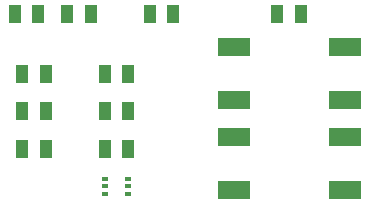
<source format=gtp>
G04 Layer: TopPasteMaskLayer*
G04 EasyEDA v6.3.53, 2020-07-05T11:12:03+02:00*
G04 cde15f3eeb0949078ea0d990088cac7f,f7dd187871414131b8e6a9aac608ee48,10*
G04 Gerber Generator version 0.2*
G04 Scale: 100 percent, Rotated: No, Reflected: No *
G04 Dimensions in millimeters *
G04 leading zeros omitted , absolute positions ,3 integer and 3 decimal *
%FSLAX33Y33*%
%MOMM*%
G90*
G71D02*

%ADD16R,0.999998X1.550010*%
%ADD17R,0.599999X0.419989*%
%ADD18R,2.799994X1.499997*%

%LPD*%
G54D16*
G01X13605Y17145D03*
G01X15604Y17145D03*
G01X20049Y17145D03*
G01X18050Y17145D03*
G54D17*
G01X21275Y1890D03*
G01X21275Y2540D03*
G01X21275Y3189D03*
G01X23174Y3189D03*
G01X23174Y2540D03*
G01X23174Y1890D03*
G54D16*
G01X35830Y17145D03*
G01X37829Y17145D03*
G01X25035Y17145D03*
G01X27034Y17145D03*
G01X16239Y12065D03*
G01X14240Y12065D03*
G01X23224Y12065D03*
G01X21225Y12065D03*
G01X16239Y8890D03*
G01X14240Y8890D03*
G01X23224Y8890D03*
G01X21225Y8890D03*
G01X16239Y5715D03*
G01X14240Y5715D03*
G54D18*
G01X32129Y6694D03*
G01X41530Y6694D03*
G01X32129Y2195D03*
G01X41530Y2195D03*
G01X32129Y14314D03*
G01X41530Y14314D03*
G01X32129Y9815D03*
G01X41530Y9815D03*
G54D16*
G01X23224Y5715D03*
G01X21225Y5715D03*
M00*
M02*

</source>
